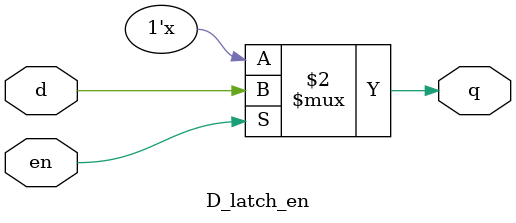
<source format=v>
module D_latch_en (en, d, q);
  input en, d;
  output q;
  reg q;

  always @(en, d) begin
    if (en) begin
      q <= d;
    end
  end

endmodule

</source>
